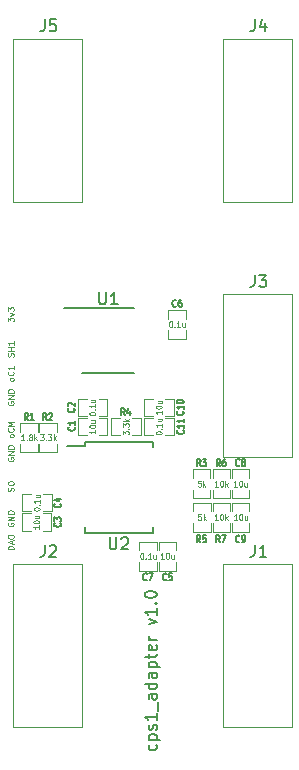
<source format=gbr>
G04 #@! TF.GenerationSoftware,KiCad,Pcbnew,5.0.2+dfsg1-1*
G04 #@! TF.CreationDate,2019-05-06T01:44:38+03:00*
G04 #@! TF.ProjectId,cps1_adapter,63707331-5f61-4646-9170-7465722e6b69,rev?*
G04 #@! TF.SameCoordinates,Original*
G04 #@! TF.FileFunction,Legend,Top*
G04 #@! TF.FilePolarity,Positive*
%FSLAX46Y46*%
G04 Gerber Fmt 4.6, Leading zero omitted, Abs format (unit mm)*
G04 Created by KiCad (PCBNEW 5.0.2+dfsg1-1) date 2019-05-06T01:44:38 EEST*
%MOMM*%
%LPD*%
G01*
G04 APERTURE LIST*
%ADD10C,0.200000*%
%ADD11C,0.119380*%
%ADD12C,0.150000*%
%ADD13C,0.120000*%
%ADD14C,0.127000*%
%ADD15C,0.114300*%
%ADD16C,0.100000*%
G04 APERTURE END LIST*
D10*
X56444761Y-93481904D02*
X56492380Y-93577142D01*
X56492380Y-93767619D01*
X56444761Y-93862857D01*
X56397142Y-93910476D01*
X56301904Y-93958095D01*
X56016190Y-93958095D01*
X55920952Y-93910476D01*
X55873333Y-93862857D01*
X55825714Y-93767619D01*
X55825714Y-93577142D01*
X55873333Y-93481904D01*
X55825714Y-93053333D02*
X56825714Y-93053333D01*
X55873333Y-93053333D02*
X55825714Y-92958095D01*
X55825714Y-92767619D01*
X55873333Y-92672380D01*
X55920952Y-92624761D01*
X56016190Y-92577142D01*
X56301904Y-92577142D01*
X56397142Y-92624761D01*
X56444761Y-92672380D01*
X56492380Y-92767619D01*
X56492380Y-92958095D01*
X56444761Y-93053333D01*
X56444761Y-92196190D02*
X56492380Y-92100952D01*
X56492380Y-91910476D01*
X56444761Y-91815238D01*
X56349523Y-91767619D01*
X56301904Y-91767619D01*
X56206666Y-91815238D01*
X56159047Y-91910476D01*
X56159047Y-92053333D01*
X56111428Y-92148571D01*
X56016190Y-92196190D01*
X55968571Y-92196190D01*
X55873333Y-92148571D01*
X55825714Y-92053333D01*
X55825714Y-91910476D01*
X55873333Y-91815238D01*
X56492380Y-90815238D02*
X56492380Y-91386666D01*
X56492380Y-91100952D02*
X55492380Y-91100952D01*
X55635238Y-91196190D01*
X55730476Y-91291428D01*
X55778095Y-91386666D01*
X56587619Y-90624761D02*
X56587619Y-89862857D01*
X56492380Y-89196190D02*
X55968571Y-89196190D01*
X55873333Y-89243809D01*
X55825714Y-89339047D01*
X55825714Y-89529523D01*
X55873333Y-89624761D01*
X56444761Y-89196190D02*
X56492380Y-89291428D01*
X56492380Y-89529523D01*
X56444761Y-89624761D01*
X56349523Y-89672380D01*
X56254285Y-89672380D01*
X56159047Y-89624761D01*
X56111428Y-89529523D01*
X56111428Y-89291428D01*
X56063809Y-89196190D01*
X56492380Y-88291428D02*
X55492380Y-88291428D01*
X56444761Y-88291428D02*
X56492380Y-88386666D01*
X56492380Y-88577142D01*
X56444761Y-88672380D01*
X56397142Y-88720000D01*
X56301904Y-88767619D01*
X56016190Y-88767619D01*
X55920952Y-88720000D01*
X55873333Y-88672380D01*
X55825714Y-88577142D01*
X55825714Y-88386666D01*
X55873333Y-88291428D01*
X56492380Y-87386666D02*
X55968571Y-87386666D01*
X55873333Y-87434285D01*
X55825714Y-87529523D01*
X55825714Y-87720000D01*
X55873333Y-87815238D01*
X56444761Y-87386666D02*
X56492380Y-87481904D01*
X56492380Y-87720000D01*
X56444761Y-87815238D01*
X56349523Y-87862857D01*
X56254285Y-87862857D01*
X56159047Y-87815238D01*
X56111428Y-87720000D01*
X56111428Y-87481904D01*
X56063809Y-87386666D01*
X55825714Y-86910476D02*
X56825714Y-86910476D01*
X55873333Y-86910476D02*
X55825714Y-86815238D01*
X55825714Y-86624761D01*
X55873333Y-86529523D01*
X55920952Y-86481904D01*
X56016190Y-86434285D01*
X56301904Y-86434285D01*
X56397142Y-86481904D01*
X56444761Y-86529523D01*
X56492380Y-86624761D01*
X56492380Y-86815238D01*
X56444761Y-86910476D01*
X55825714Y-86148571D02*
X55825714Y-85767619D01*
X55492380Y-86005714D02*
X56349523Y-86005714D01*
X56444761Y-85958095D01*
X56492380Y-85862857D01*
X56492380Y-85767619D01*
X56444761Y-85053333D02*
X56492380Y-85148571D01*
X56492380Y-85339047D01*
X56444761Y-85434285D01*
X56349523Y-85481904D01*
X55968571Y-85481904D01*
X55873333Y-85434285D01*
X55825714Y-85339047D01*
X55825714Y-85148571D01*
X55873333Y-85053333D01*
X55968571Y-85005714D01*
X56063809Y-85005714D01*
X56159047Y-85481904D01*
X56492380Y-84577142D02*
X55825714Y-84577142D01*
X56016190Y-84577142D02*
X55920952Y-84529523D01*
X55873333Y-84481904D01*
X55825714Y-84386666D01*
X55825714Y-84291428D01*
X55825714Y-83291428D02*
X56492380Y-83053333D01*
X55825714Y-82815238D01*
X56492380Y-81910476D02*
X56492380Y-82481904D01*
X56492380Y-82196190D02*
X55492380Y-82196190D01*
X55635238Y-82291428D01*
X55730476Y-82386666D01*
X55778095Y-82481904D01*
X56397142Y-81481904D02*
X56444761Y-81434285D01*
X56492380Y-81481904D01*
X56444761Y-81529523D01*
X56397142Y-81481904D01*
X56492380Y-81481904D01*
X55492380Y-80815238D02*
X55492380Y-80720000D01*
X55540000Y-80624761D01*
X55587619Y-80577142D01*
X55682857Y-80529523D01*
X55873333Y-80481904D01*
X56111428Y-80481904D01*
X56301904Y-80529523D01*
X56397142Y-80577142D01*
X56444761Y-80624761D01*
X56492380Y-80720000D01*
X56492380Y-80815238D01*
X56444761Y-80910476D01*
X56397142Y-80958095D01*
X56301904Y-81005714D01*
X56111428Y-81053333D01*
X55873333Y-81053333D01*
X55682857Y-81005714D01*
X55587619Y-80958095D01*
X55540000Y-80910476D01*
X55492380Y-80815238D01*
D11*
G04 #@! TO.C,R7*
X62704060Y-73719620D02*
X62704060Y-73021120D01*
X62704060Y-74720380D02*
X62704060Y-75418880D01*
X61235940Y-73719620D02*
X61235940Y-73021120D01*
X61235940Y-75418880D02*
X61235940Y-74720380D01*
X61233400Y-72980480D02*
X62706600Y-72980480D01*
X62706600Y-75459520D02*
X61233400Y-75459520D01*
D12*
G04 #@! TO.C,U2*
X50475000Y-67855000D02*
X50475000Y-68205000D01*
X56225000Y-67855000D02*
X56225000Y-68305000D01*
X56225000Y-75505000D02*
X56225000Y-75055000D01*
X50475000Y-75505000D02*
X50475000Y-75055000D01*
X50475000Y-67855000D02*
X56225000Y-67855000D01*
X50475000Y-75505000D02*
X56225000Y-75505000D01*
X50475000Y-68205000D02*
X48875000Y-68205000D01*
G04 #@! TO.C,U1*
X50190000Y-62005000D02*
X54590000Y-62005000D01*
X48615000Y-56480000D02*
X54590000Y-56480000D01*
D13*
G04 #@! TO.C,J5*
X50155000Y-33680000D02*
X44355000Y-33680000D01*
X44355000Y-33680000D02*
X44355000Y-47480000D01*
X44355000Y-47480000D02*
X50155000Y-47480000D01*
X50155000Y-47480000D02*
X50155000Y-33680000D01*
G04 #@! TO.C,J3*
X67935000Y-69120000D02*
X67935000Y-55320000D01*
X62135000Y-69120000D02*
X67935000Y-69120000D01*
X62135000Y-55320000D02*
X62135000Y-69120000D01*
X67935000Y-55320000D02*
X62135000Y-55320000D01*
G04 #@! TO.C,J2*
X50155000Y-78180000D02*
X44355000Y-78180000D01*
X44355000Y-78180000D02*
X44355000Y-91980000D01*
X44355000Y-91980000D02*
X50155000Y-91980000D01*
X50155000Y-91980000D02*
X50155000Y-78180000D01*
G04 #@! TO.C,J1*
X67935000Y-91980000D02*
X67935000Y-78180000D01*
X62135000Y-91980000D02*
X67935000Y-91980000D01*
X62135000Y-78180000D02*
X62135000Y-91980000D01*
X67935000Y-78180000D02*
X62135000Y-78180000D01*
G04 #@! TO.C,J4*
X67935000Y-33680000D02*
X62135000Y-33680000D01*
X62135000Y-33680000D02*
X62135000Y-47480000D01*
X62135000Y-47480000D02*
X67935000Y-47480000D01*
X67935000Y-47480000D02*
X67935000Y-33680000D01*
D11*
G04 #@! TO.C,C2*
X50589620Y-64165940D02*
X49891120Y-64165940D01*
X51590380Y-64165940D02*
X52288880Y-64165940D01*
X50589620Y-65634060D02*
X49891120Y-65634060D01*
X52288880Y-65634060D02*
X51590380Y-65634060D01*
X49850480Y-65636600D02*
X49850480Y-64163400D01*
X52329520Y-64163400D02*
X52329520Y-65636600D01*
G04 #@! TO.C,C3*
X47589520Y-73873400D02*
X47589520Y-75346600D01*
X45110480Y-75346600D02*
X45110480Y-73873400D01*
X47548880Y-75344060D02*
X46850380Y-75344060D01*
X45849620Y-75344060D02*
X45151120Y-75344060D01*
X46850380Y-73875940D02*
X47548880Y-73875940D01*
X45849620Y-73875940D02*
X45151120Y-73875940D01*
G04 #@! TO.C,C4*
X45859620Y-72245940D02*
X45161120Y-72245940D01*
X46860380Y-72245940D02*
X47558880Y-72245940D01*
X45859620Y-73714060D02*
X45161120Y-73714060D01*
X47558880Y-73714060D02*
X46860380Y-73714060D01*
X45120480Y-73716600D02*
X45120480Y-72243400D01*
X47599520Y-72243400D02*
X47599520Y-73716600D01*
G04 #@! TO.C,C5*
X56675940Y-78010380D02*
X56675940Y-78708880D01*
X56675940Y-77009620D02*
X56675940Y-76311120D01*
X58144060Y-78010380D02*
X58144060Y-78708880D01*
X58144060Y-76311120D02*
X58144060Y-77009620D01*
X58146600Y-78749520D02*
X56673400Y-78749520D01*
X56673400Y-76270480D02*
X58146600Y-76270480D01*
G04 #@! TO.C,C11*
X57200380Y-67264060D02*
X57898880Y-67264060D01*
X56199620Y-67264060D02*
X55501120Y-67264060D01*
X57200380Y-65795940D02*
X57898880Y-65795940D01*
X55501120Y-65795940D02*
X56199620Y-65795940D01*
X57939520Y-65793400D02*
X57939520Y-67266600D01*
X55460480Y-67266600D02*
X55460480Y-65793400D01*
G04 #@! TO.C,C10*
X55450480Y-65636600D02*
X55450480Y-64163400D01*
X57929520Y-64163400D02*
X57929520Y-65636600D01*
X55491120Y-64165940D02*
X56189620Y-64165940D01*
X57190380Y-64165940D02*
X57888880Y-64165940D01*
X56189620Y-65634060D02*
X55491120Y-65634060D01*
X57190380Y-65634060D02*
X57888880Y-65634060D01*
G04 #@! TO.C,C9*
X62875940Y-74720380D02*
X62875940Y-75418880D01*
X62875940Y-73719620D02*
X62875940Y-73021120D01*
X64344060Y-74720380D02*
X64344060Y-75418880D01*
X64344060Y-73021120D02*
X64344060Y-73719620D01*
X64346600Y-75459520D02*
X62873400Y-75459520D01*
X62873400Y-72980480D02*
X64346600Y-72980480D01*
G04 #@! TO.C,C8*
X62863400Y-70140480D02*
X64336600Y-70140480D01*
X64336600Y-72619520D02*
X62863400Y-72619520D01*
X64334060Y-70181120D02*
X64334060Y-70879620D01*
X64334060Y-71880380D02*
X64334060Y-72578880D01*
X62865940Y-70879620D02*
X62865940Y-70181120D01*
X62865940Y-71880380D02*
X62865940Y-72578880D01*
G04 #@! TO.C,C7*
X55045940Y-78010380D02*
X55045940Y-78708880D01*
X55045940Y-77009620D02*
X55045940Y-76311120D01*
X56514060Y-78010380D02*
X56514060Y-78708880D01*
X56514060Y-76311120D02*
X56514060Y-77009620D01*
X56516600Y-78749520D02*
X55043400Y-78749520D01*
X55043400Y-76270480D02*
X56516600Y-76270480D01*
G04 #@! TO.C,C6*
X57493400Y-56650480D02*
X58966600Y-56650480D01*
X58966600Y-59129520D02*
X57493400Y-59129520D01*
X58964060Y-56691120D02*
X58964060Y-57389620D01*
X58964060Y-58390380D02*
X58964060Y-59088880D01*
X57495940Y-57389620D02*
X57495940Y-56691120D01*
X57495940Y-58390380D02*
X57495940Y-59088880D01*
G04 #@! TO.C,C1*
X50589620Y-65795940D02*
X49891120Y-65795940D01*
X51590380Y-65795940D02*
X52288880Y-65795940D01*
X50589620Y-67264060D02*
X49891120Y-67264060D01*
X52288880Y-67264060D02*
X51590380Y-67264060D01*
X49850480Y-67266600D02*
X49850480Y-65793400D01*
X52329520Y-65793400D02*
X52329520Y-67266600D01*
G04 #@! TO.C,R6*
X62706600Y-72619520D02*
X61233400Y-72619520D01*
X61233400Y-70140480D02*
X62706600Y-70140480D01*
X61235940Y-72578880D02*
X61235940Y-71880380D01*
X61235940Y-70879620D02*
X61235940Y-70181120D01*
X62704060Y-71880380D02*
X62704060Y-72578880D01*
X62704060Y-70879620D02*
X62704060Y-70181120D01*
G04 #@! TO.C,R4*
X54400380Y-67274060D02*
X55098880Y-67274060D01*
X53399620Y-67274060D02*
X52701120Y-67274060D01*
X54400380Y-65805940D02*
X55098880Y-65805940D01*
X52701120Y-65805940D02*
X53399620Y-65805940D01*
X55139520Y-65803400D02*
X55139520Y-67276600D01*
X52660480Y-67276600D02*
X52660480Y-65803400D01*
G04 #@! TO.C,R3*
X59583400Y-70140480D02*
X61056600Y-70140480D01*
X61056600Y-72619520D02*
X59583400Y-72619520D01*
X61054060Y-70181120D02*
X61054060Y-70879620D01*
X61054060Y-71880380D02*
X61054060Y-72578880D01*
X59585940Y-70879620D02*
X59585940Y-70181120D01*
X59585940Y-71880380D02*
X59585940Y-72578880D01*
G04 #@! TO.C,R2*
X48044060Y-66979620D02*
X48044060Y-66281120D01*
X48044060Y-67980380D02*
X48044060Y-68678880D01*
X46575940Y-66979620D02*
X46575940Y-66281120D01*
X46575940Y-68678880D02*
X46575940Y-67980380D01*
X46573400Y-66240480D02*
X48046600Y-66240480D01*
X48046600Y-68719520D02*
X46573400Y-68719520D01*
G04 #@! TO.C,R1*
X44953400Y-66240480D02*
X46426600Y-66240480D01*
X46426600Y-68719520D02*
X44953400Y-68719520D01*
X46424060Y-66281120D02*
X46424060Y-66979620D01*
X46424060Y-67980380D02*
X46424060Y-68678880D01*
X44955940Y-66979620D02*
X44955940Y-66281120D01*
X44955940Y-67980380D02*
X44955940Y-68678880D01*
G04 #@! TO.C,R5*
X59595940Y-74720380D02*
X59595940Y-75418880D01*
X59595940Y-73719620D02*
X59595940Y-73021120D01*
X61064060Y-74720380D02*
X61064060Y-75418880D01*
X61064060Y-73021120D02*
X61064060Y-73719620D01*
X61066600Y-75459520D02*
X59593400Y-75459520D01*
X59593400Y-72980480D02*
X61066600Y-72980480D01*
G04 #@! TO.C,R7*
D14*
X61855333Y-76334280D02*
X61686000Y-76056090D01*
X61565047Y-76334280D02*
X61565047Y-75750080D01*
X61758571Y-75750080D01*
X61806952Y-75777900D01*
X61831142Y-75805719D01*
X61855333Y-75861357D01*
X61855333Y-75944814D01*
X61831142Y-76000452D01*
X61806952Y-76028271D01*
X61758571Y-76056090D01*
X61565047Y-76056090D01*
X62024666Y-75750080D02*
X62363333Y-75750080D01*
X62145619Y-76334280D01*
D15*
X61697857Y-74449809D02*
X61436600Y-74449809D01*
X61567228Y-74449809D02*
X61567228Y-73941809D01*
X61523685Y-74014380D01*
X61480142Y-74062761D01*
X61436600Y-74086952D01*
X61980885Y-73941809D02*
X62024428Y-73941809D01*
X62067971Y-73966000D01*
X62089742Y-73990190D01*
X62111514Y-74038571D01*
X62133285Y-74135333D01*
X62133285Y-74256285D01*
X62111514Y-74353047D01*
X62089742Y-74401428D01*
X62067971Y-74425619D01*
X62024428Y-74449809D01*
X61980885Y-74449809D01*
X61937342Y-74425619D01*
X61915571Y-74401428D01*
X61893800Y-74353047D01*
X61872028Y-74256285D01*
X61872028Y-74135333D01*
X61893800Y-74038571D01*
X61915571Y-73990190D01*
X61937342Y-73966000D01*
X61980885Y-73941809D01*
X62329228Y-74449809D02*
X62329228Y-73941809D01*
X62372771Y-74256285D02*
X62503400Y-74449809D01*
X62503400Y-74111142D02*
X62329228Y-74304666D01*
G04 #@! TO.C,U2*
D12*
X52518095Y-75922380D02*
X52518095Y-76731904D01*
X52565714Y-76827142D01*
X52613333Y-76874761D01*
X52708571Y-76922380D01*
X52899047Y-76922380D01*
X52994285Y-76874761D01*
X53041904Y-76827142D01*
X53089523Y-76731904D01*
X53089523Y-75922380D01*
X53518095Y-76017619D02*
X53565714Y-75970000D01*
X53660952Y-75922380D01*
X53899047Y-75922380D01*
X53994285Y-75970000D01*
X54041904Y-76017619D01*
X54089523Y-76112857D01*
X54089523Y-76208095D01*
X54041904Y-76350952D01*
X53470476Y-76922380D01*
X54089523Y-76922380D01*
G04 #@! TO.C,U1*
X51628095Y-55182380D02*
X51628095Y-55991904D01*
X51675714Y-56087142D01*
X51723333Y-56134761D01*
X51818571Y-56182380D01*
X52009047Y-56182380D01*
X52104285Y-56134761D01*
X52151904Y-56087142D01*
X52199523Y-55991904D01*
X52199523Y-55182380D01*
X53199523Y-56182380D02*
X52628095Y-56182380D01*
X52913809Y-56182380D02*
X52913809Y-55182380D01*
X52818571Y-55325238D01*
X52723333Y-55420476D01*
X52628095Y-55468095D01*
G04 #@! TO.C,J5*
X47008026Y-32064400D02*
X47008026Y-32778686D01*
X46960407Y-32921543D01*
X46865169Y-33016781D01*
X46722312Y-33064400D01*
X46627074Y-33064400D01*
X47960407Y-32064400D02*
X47484217Y-32064400D01*
X47436598Y-32540591D01*
X47484217Y-32492972D01*
X47579455Y-32445353D01*
X47817550Y-32445353D01*
X47912788Y-32492972D01*
X47960407Y-32540591D01*
X48008026Y-32635829D01*
X48008026Y-32873924D01*
X47960407Y-32969162D01*
X47912788Y-33016781D01*
X47817550Y-33064400D01*
X47579455Y-33064400D01*
X47484217Y-33016781D01*
X47436598Y-32969162D01*
G04 #@! TO.C,J3*
X64788026Y-53704400D02*
X64788026Y-54418686D01*
X64740407Y-54561543D01*
X64645169Y-54656781D01*
X64502312Y-54704400D01*
X64407074Y-54704400D01*
X65168979Y-53704400D02*
X65788026Y-53704400D01*
X65454693Y-54085353D01*
X65597550Y-54085353D01*
X65692788Y-54132972D01*
X65740407Y-54180591D01*
X65788026Y-54275829D01*
X65788026Y-54513924D01*
X65740407Y-54609162D01*
X65692788Y-54656781D01*
X65597550Y-54704400D01*
X65311836Y-54704400D01*
X65216598Y-54656781D01*
X65168979Y-54609162D01*
G04 #@! TO.C,J2*
X47008026Y-76564400D02*
X47008026Y-77278686D01*
X46960407Y-77421543D01*
X46865169Y-77516781D01*
X46722312Y-77564400D01*
X46627074Y-77564400D01*
X47436598Y-76659639D02*
X47484217Y-76612020D01*
X47579455Y-76564400D01*
X47817550Y-76564400D01*
X47912788Y-76612020D01*
X47960407Y-76659639D01*
X48008026Y-76754877D01*
X48008026Y-76850115D01*
X47960407Y-76992972D01*
X47388979Y-77564400D01*
X48008026Y-77564400D01*
G04 #@! TO.C,J1*
X64788026Y-76564400D02*
X64788026Y-77278686D01*
X64740407Y-77421543D01*
X64645169Y-77516781D01*
X64502312Y-77564400D01*
X64407074Y-77564400D01*
X65788026Y-77564400D02*
X65216598Y-77564400D01*
X65502312Y-77564400D02*
X65502312Y-76564400D01*
X65407074Y-76707258D01*
X65311836Y-76802496D01*
X65216598Y-76850115D01*
G04 #@! TO.C,J4*
X64788026Y-32064400D02*
X64788026Y-32778686D01*
X64740407Y-32921543D01*
X64645169Y-33016781D01*
X64502312Y-33064400D01*
X64407074Y-33064400D01*
X65692788Y-32397734D02*
X65692788Y-33064400D01*
X65454693Y-32016781D02*
X65216598Y-32731067D01*
X65835645Y-32731067D01*
G04 #@! TO.C,C2*
D14*
X49508642Y-64994666D02*
X49536461Y-65018857D01*
X49564280Y-65091428D01*
X49564280Y-65139809D01*
X49536461Y-65212380D01*
X49480823Y-65260761D01*
X49425185Y-65284952D01*
X49313909Y-65309142D01*
X49230452Y-65309142D01*
X49119176Y-65284952D01*
X49063538Y-65260761D01*
X49007900Y-65212380D01*
X48980080Y-65139809D01*
X48980080Y-65091428D01*
X49007900Y-65018857D01*
X49035719Y-64994666D01*
X49035719Y-64801142D02*
X49007900Y-64776952D01*
X48980080Y-64728571D01*
X48980080Y-64607619D01*
X49007900Y-64559238D01*
X49035719Y-64535047D01*
X49091357Y-64510857D01*
X49146995Y-64510857D01*
X49230452Y-64535047D01*
X49564280Y-64825333D01*
X49564280Y-64510857D01*
D15*
X50811809Y-65455171D02*
X50811809Y-65411628D01*
X50836000Y-65368085D01*
X50860190Y-65346314D01*
X50908571Y-65324542D01*
X51005333Y-65302771D01*
X51126285Y-65302771D01*
X51223047Y-65324542D01*
X51271428Y-65346314D01*
X51295619Y-65368085D01*
X51319809Y-65411628D01*
X51319809Y-65455171D01*
X51295619Y-65498714D01*
X51271428Y-65520485D01*
X51223047Y-65542257D01*
X51126285Y-65564028D01*
X51005333Y-65564028D01*
X50908571Y-65542257D01*
X50860190Y-65520485D01*
X50836000Y-65498714D01*
X50811809Y-65455171D01*
X51271428Y-65106828D02*
X51295619Y-65085057D01*
X51319809Y-65106828D01*
X51295619Y-65128600D01*
X51271428Y-65106828D01*
X51319809Y-65106828D01*
X51319809Y-64649628D02*
X51319809Y-64910885D01*
X51319809Y-64780257D02*
X50811809Y-64780257D01*
X50884380Y-64823800D01*
X50932761Y-64867342D01*
X50956952Y-64910885D01*
X50981142Y-64257742D02*
X51319809Y-64257742D01*
X50981142Y-64453685D02*
X51247238Y-64453685D01*
X51295619Y-64431914D01*
X51319809Y-64388371D01*
X51319809Y-64323057D01*
X51295619Y-64279514D01*
X51271428Y-64257742D01*
G04 #@! TO.C,C3*
D14*
X48336642Y-74694666D02*
X48364461Y-74718857D01*
X48392280Y-74791428D01*
X48392280Y-74839809D01*
X48364461Y-74912380D01*
X48308823Y-74960761D01*
X48253185Y-74984952D01*
X48141909Y-75009142D01*
X48058452Y-75009142D01*
X47947176Y-74984952D01*
X47891538Y-74960761D01*
X47835900Y-74912380D01*
X47808080Y-74839809D01*
X47808080Y-74791428D01*
X47835900Y-74718857D01*
X47863719Y-74694666D01*
X47808080Y-74525333D02*
X47808080Y-74210857D01*
X48030633Y-74380190D01*
X48030633Y-74307619D01*
X48058452Y-74259238D01*
X48086271Y-74235047D01*
X48141909Y-74210857D01*
X48281004Y-74210857D01*
X48336642Y-74235047D01*
X48364461Y-74259238D01*
X48392280Y-74307619D01*
X48392280Y-74452761D01*
X48364461Y-74501142D01*
X48336642Y-74525333D01*
D15*
X46579809Y-74903914D02*
X46579809Y-75165171D01*
X46579809Y-75034542D02*
X46071809Y-75034542D01*
X46144380Y-75078085D01*
X46192761Y-75121628D01*
X46216952Y-75165171D01*
X46071809Y-74620885D02*
X46071809Y-74577342D01*
X46096000Y-74533800D01*
X46120190Y-74512028D01*
X46168571Y-74490257D01*
X46265333Y-74468485D01*
X46386285Y-74468485D01*
X46483047Y-74490257D01*
X46531428Y-74512028D01*
X46555619Y-74533800D01*
X46579809Y-74577342D01*
X46579809Y-74620885D01*
X46555619Y-74664428D01*
X46531428Y-74686200D01*
X46483047Y-74707971D01*
X46386285Y-74729742D01*
X46265333Y-74729742D01*
X46168571Y-74707971D01*
X46120190Y-74686200D01*
X46096000Y-74664428D01*
X46071809Y-74620885D01*
X46241142Y-74076600D02*
X46579809Y-74076600D01*
X46241142Y-74272542D02*
X46507238Y-74272542D01*
X46555619Y-74250771D01*
X46579809Y-74207228D01*
X46579809Y-74141914D01*
X46555619Y-74098371D01*
X46531428Y-74076600D01*
G04 #@! TO.C,C4*
D14*
X48346642Y-73064666D02*
X48374461Y-73088857D01*
X48402280Y-73161428D01*
X48402280Y-73209809D01*
X48374461Y-73282380D01*
X48318823Y-73330761D01*
X48263185Y-73354952D01*
X48151909Y-73379142D01*
X48068452Y-73379142D01*
X47957176Y-73354952D01*
X47901538Y-73330761D01*
X47845900Y-73282380D01*
X47818080Y-73209809D01*
X47818080Y-73161428D01*
X47845900Y-73088857D01*
X47873719Y-73064666D01*
X48012814Y-72629238D02*
X48402280Y-72629238D01*
X47790261Y-72750190D02*
X48207547Y-72871142D01*
X48207547Y-72556666D01*
D15*
X46081809Y-73535171D02*
X46081809Y-73491628D01*
X46106000Y-73448085D01*
X46130190Y-73426314D01*
X46178571Y-73404542D01*
X46275333Y-73382771D01*
X46396285Y-73382771D01*
X46493047Y-73404542D01*
X46541428Y-73426314D01*
X46565619Y-73448085D01*
X46589809Y-73491628D01*
X46589809Y-73535171D01*
X46565619Y-73578714D01*
X46541428Y-73600485D01*
X46493047Y-73622257D01*
X46396285Y-73644028D01*
X46275333Y-73644028D01*
X46178571Y-73622257D01*
X46130190Y-73600485D01*
X46106000Y-73578714D01*
X46081809Y-73535171D01*
X46541428Y-73186828D02*
X46565619Y-73165057D01*
X46589809Y-73186828D01*
X46565619Y-73208600D01*
X46541428Y-73186828D01*
X46589809Y-73186828D01*
X46589809Y-72729628D02*
X46589809Y-72990885D01*
X46589809Y-72860257D02*
X46081809Y-72860257D01*
X46154380Y-72903800D01*
X46202761Y-72947342D01*
X46226952Y-72990885D01*
X46251142Y-72337742D02*
X46589809Y-72337742D01*
X46251142Y-72533685D02*
X46517238Y-72533685D01*
X46565619Y-72511914D01*
X46589809Y-72468371D01*
X46589809Y-72403057D01*
X46565619Y-72359514D01*
X46541428Y-72337742D01*
G04 #@! TO.C,C5*
D14*
X57335333Y-79488642D02*
X57311142Y-79516461D01*
X57238571Y-79544280D01*
X57190190Y-79544280D01*
X57117619Y-79516461D01*
X57069238Y-79460823D01*
X57045047Y-79405185D01*
X57020857Y-79293909D01*
X57020857Y-79210452D01*
X57045047Y-79099176D01*
X57069238Y-79043538D01*
X57117619Y-78987900D01*
X57190190Y-78960080D01*
X57238571Y-78960080D01*
X57311142Y-78987900D01*
X57335333Y-79015719D01*
X57794952Y-78960080D02*
X57553047Y-78960080D01*
X57528857Y-79238271D01*
X57553047Y-79210452D01*
X57601428Y-79182633D01*
X57722380Y-79182633D01*
X57770761Y-79210452D01*
X57794952Y-79238271D01*
X57819142Y-79293909D01*
X57819142Y-79433004D01*
X57794952Y-79488642D01*
X57770761Y-79516461D01*
X57722380Y-79544280D01*
X57601428Y-79544280D01*
X57553047Y-79516461D01*
X57528857Y-79488642D01*
D15*
X57116085Y-77739809D02*
X56854828Y-77739809D01*
X56985457Y-77739809D02*
X56985457Y-77231809D01*
X56941914Y-77304380D01*
X56898371Y-77352761D01*
X56854828Y-77376952D01*
X57399114Y-77231809D02*
X57442657Y-77231809D01*
X57486200Y-77256000D01*
X57507971Y-77280190D01*
X57529742Y-77328571D01*
X57551514Y-77425333D01*
X57551514Y-77546285D01*
X57529742Y-77643047D01*
X57507971Y-77691428D01*
X57486200Y-77715619D01*
X57442657Y-77739809D01*
X57399114Y-77739809D01*
X57355571Y-77715619D01*
X57333800Y-77691428D01*
X57312028Y-77643047D01*
X57290257Y-77546285D01*
X57290257Y-77425333D01*
X57312028Y-77328571D01*
X57333800Y-77280190D01*
X57355571Y-77256000D01*
X57399114Y-77231809D01*
X57943400Y-77401142D02*
X57943400Y-77739809D01*
X57747457Y-77401142D02*
X57747457Y-77667238D01*
X57769228Y-77715619D01*
X57812771Y-77739809D01*
X57878085Y-77739809D01*
X57921628Y-77715619D01*
X57943400Y-77691428D01*
G04 #@! TO.C,C11*
D14*
X58748642Y-66846571D02*
X58776461Y-66870761D01*
X58804280Y-66943333D01*
X58804280Y-66991714D01*
X58776461Y-67064285D01*
X58720823Y-67112666D01*
X58665185Y-67136857D01*
X58553909Y-67161047D01*
X58470452Y-67161047D01*
X58359176Y-67136857D01*
X58303538Y-67112666D01*
X58247900Y-67064285D01*
X58220080Y-66991714D01*
X58220080Y-66943333D01*
X58247900Y-66870761D01*
X58275719Y-66846571D01*
X58804280Y-66362761D02*
X58804280Y-66653047D01*
X58804280Y-66507904D02*
X58220080Y-66507904D01*
X58303538Y-66556285D01*
X58359176Y-66604666D01*
X58386995Y-66653047D01*
X58804280Y-65878952D02*
X58804280Y-66169238D01*
X58804280Y-66024095D02*
X58220080Y-66024095D01*
X58303538Y-66072476D01*
X58359176Y-66120857D01*
X58386995Y-66169238D01*
D15*
X56421809Y-67085171D02*
X56421809Y-67041628D01*
X56446000Y-66998085D01*
X56470190Y-66976314D01*
X56518571Y-66954542D01*
X56615333Y-66932771D01*
X56736285Y-66932771D01*
X56833047Y-66954542D01*
X56881428Y-66976314D01*
X56905619Y-66998085D01*
X56929809Y-67041628D01*
X56929809Y-67085171D01*
X56905619Y-67128714D01*
X56881428Y-67150485D01*
X56833047Y-67172257D01*
X56736285Y-67194028D01*
X56615333Y-67194028D01*
X56518571Y-67172257D01*
X56470190Y-67150485D01*
X56446000Y-67128714D01*
X56421809Y-67085171D01*
X56881428Y-66736828D02*
X56905619Y-66715057D01*
X56929809Y-66736828D01*
X56905619Y-66758600D01*
X56881428Y-66736828D01*
X56929809Y-66736828D01*
X56929809Y-66279628D02*
X56929809Y-66540885D01*
X56929809Y-66410257D02*
X56421809Y-66410257D01*
X56494380Y-66453800D01*
X56542761Y-66497342D01*
X56566952Y-66540885D01*
X56591142Y-65887742D02*
X56929809Y-65887742D01*
X56591142Y-66083685D02*
X56857238Y-66083685D01*
X56905619Y-66061914D01*
X56929809Y-66018371D01*
X56929809Y-65953057D01*
X56905619Y-65909514D01*
X56881428Y-65887742D01*
G04 #@! TO.C,C10*
D14*
X58728642Y-65236571D02*
X58756461Y-65260761D01*
X58784280Y-65333333D01*
X58784280Y-65381714D01*
X58756461Y-65454285D01*
X58700823Y-65502666D01*
X58645185Y-65526857D01*
X58533909Y-65551047D01*
X58450452Y-65551047D01*
X58339176Y-65526857D01*
X58283538Y-65502666D01*
X58227900Y-65454285D01*
X58200080Y-65381714D01*
X58200080Y-65333333D01*
X58227900Y-65260761D01*
X58255719Y-65236571D01*
X58784280Y-64752761D02*
X58784280Y-65043047D01*
X58784280Y-64897904D02*
X58200080Y-64897904D01*
X58283538Y-64946285D01*
X58339176Y-64994666D01*
X58366995Y-65043047D01*
X58200080Y-64438285D02*
X58200080Y-64389904D01*
X58227900Y-64341523D01*
X58255719Y-64317333D01*
X58311357Y-64293142D01*
X58422633Y-64268952D01*
X58561728Y-64268952D01*
X58673004Y-64293142D01*
X58728642Y-64317333D01*
X58756461Y-64341523D01*
X58784280Y-64389904D01*
X58784280Y-64438285D01*
X58756461Y-64486666D01*
X58728642Y-64510857D01*
X58673004Y-64535047D01*
X58561728Y-64559238D01*
X58422633Y-64559238D01*
X58311357Y-64535047D01*
X58255719Y-64510857D01*
X58227900Y-64486666D01*
X58200080Y-64438285D01*
D15*
X56919809Y-65193914D02*
X56919809Y-65455171D01*
X56919809Y-65324542D02*
X56411809Y-65324542D01*
X56484380Y-65368085D01*
X56532761Y-65411628D01*
X56556952Y-65455171D01*
X56411809Y-64910885D02*
X56411809Y-64867342D01*
X56436000Y-64823800D01*
X56460190Y-64802028D01*
X56508571Y-64780257D01*
X56605333Y-64758485D01*
X56726285Y-64758485D01*
X56823047Y-64780257D01*
X56871428Y-64802028D01*
X56895619Y-64823800D01*
X56919809Y-64867342D01*
X56919809Y-64910885D01*
X56895619Y-64954428D01*
X56871428Y-64976200D01*
X56823047Y-64997971D01*
X56726285Y-65019742D01*
X56605333Y-65019742D01*
X56508571Y-64997971D01*
X56460190Y-64976200D01*
X56436000Y-64954428D01*
X56411809Y-64910885D01*
X56581142Y-64366600D02*
X56919809Y-64366600D01*
X56581142Y-64562542D02*
X56847238Y-64562542D01*
X56895619Y-64540771D01*
X56919809Y-64497228D01*
X56919809Y-64431914D01*
X56895619Y-64388371D01*
X56871428Y-64366600D01*
G04 #@! TO.C,C9*
D14*
X63505333Y-76268642D02*
X63481142Y-76296461D01*
X63408571Y-76324280D01*
X63360190Y-76324280D01*
X63287619Y-76296461D01*
X63239238Y-76240823D01*
X63215047Y-76185185D01*
X63190857Y-76073909D01*
X63190857Y-75990452D01*
X63215047Y-75879176D01*
X63239238Y-75823538D01*
X63287619Y-75767900D01*
X63360190Y-75740080D01*
X63408571Y-75740080D01*
X63481142Y-75767900D01*
X63505333Y-75795719D01*
X63747238Y-76324280D02*
X63844000Y-76324280D01*
X63892380Y-76296461D01*
X63916571Y-76268642D01*
X63964952Y-76185185D01*
X63989142Y-76073909D01*
X63989142Y-75851357D01*
X63964952Y-75795719D01*
X63940761Y-75767900D01*
X63892380Y-75740080D01*
X63795619Y-75740080D01*
X63747238Y-75767900D01*
X63723047Y-75795719D01*
X63698857Y-75851357D01*
X63698857Y-75990452D01*
X63723047Y-76046090D01*
X63747238Y-76073909D01*
X63795619Y-76101728D01*
X63892380Y-76101728D01*
X63940761Y-76073909D01*
X63964952Y-76046090D01*
X63989142Y-75990452D01*
D15*
X63316085Y-74449809D02*
X63054828Y-74449809D01*
X63185457Y-74449809D02*
X63185457Y-73941809D01*
X63141914Y-74014380D01*
X63098371Y-74062761D01*
X63054828Y-74086952D01*
X63599114Y-73941809D02*
X63642657Y-73941809D01*
X63686200Y-73966000D01*
X63707971Y-73990190D01*
X63729742Y-74038571D01*
X63751514Y-74135333D01*
X63751514Y-74256285D01*
X63729742Y-74353047D01*
X63707971Y-74401428D01*
X63686200Y-74425619D01*
X63642657Y-74449809D01*
X63599114Y-74449809D01*
X63555571Y-74425619D01*
X63533800Y-74401428D01*
X63512028Y-74353047D01*
X63490257Y-74256285D01*
X63490257Y-74135333D01*
X63512028Y-74038571D01*
X63533800Y-73990190D01*
X63555571Y-73966000D01*
X63599114Y-73941809D01*
X64143400Y-74111142D02*
X64143400Y-74449809D01*
X63947457Y-74111142D02*
X63947457Y-74377238D01*
X63969228Y-74425619D01*
X64012771Y-74449809D01*
X64078085Y-74449809D01*
X64121628Y-74425619D01*
X64143400Y-74401428D01*
G04 #@! TO.C,C8*
D14*
X63515333Y-69810642D02*
X63491142Y-69838461D01*
X63418571Y-69866280D01*
X63370190Y-69866280D01*
X63297619Y-69838461D01*
X63249238Y-69782823D01*
X63225047Y-69727185D01*
X63200857Y-69615909D01*
X63200857Y-69532452D01*
X63225047Y-69421176D01*
X63249238Y-69365538D01*
X63297619Y-69309900D01*
X63370190Y-69282080D01*
X63418571Y-69282080D01*
X63491142Y-69309900D01*
X63515333Y-69337719D01*
X63805619Y-69532452D02*
X63757238Y-69504633D01*
X63733047Y-69476814D01*
X63708857Y-69421176D01*
X63708857Y-69393357D01*
X63733047Y-69337719D01*
X63757238Y-69309900D01*
X63805619Y-69282080D01*
X63902380Y-69282080D01*
X63950761Y-69309900D01*
X63974952Y-69337719D01*
X63999142Y-69393357D01*
X63999142Y-69421176D01*
X63974952Y-69476814D01*
X63950761Y-69504633D01*
X63902380Y-69532452D01*
X63805619Y-69532452D01*
X63757238Y-69560271D01*
X63733047Y-69588090D01*
X63708857Y-69643728D01*
X63708857Y-69755004D01*
X63733047Y-69810642D01*
X63757238Y-69838461D01*
X63805619Y-69866280D01*
X63902380Y-69866280D01*
X63950761Y-69838461D01*
X63974952Y-69810642D01*
X63999142Y-69755004D01*
X63999142Y-69643728D01*
X63974952Y-69588090D01*
X63950761Y-69560271D01*
X63902380Y-69532452D01*
D15*
X63306085Y-71609809D02*
X63044828Y-71609809D01*
X63175457Y-71609809D02*
X63175457Y-71101809D01*
X63131914Y-71174380D01*
X63088371Y-71222761D01*
X63044828Y-71246952D01*
X63589114Y-71101809D02*
X63632657Y-71101809D01*
X63676200Y-71126000D01*
X63697971Y-71150190D01*
X63719742Y-71198571D01*
X63741514Y-71295333D01*
X63741514Y-71416285D01*
X63719742Y-71513047D01*
X63697971Y-71561428D01*
X63676200Y-71585619D01*
X63632657Y-71609809D01*
X63589114Y-71609809D01*
X63545571Y-71585619D01*
X63523800Y-71561428D01*
X63502028Y-71513047D01*
X63480257Y-71416285D01*
X63480257Y-71295333D01*
X63502028Y-71198571D01*
X63523800Y-71150190D01*
X63545571Y-71126000D01*
X63589114Y-71101809D01*
X64133400Y-71271142D02*
X64133400Y-71609809D01*
X63937457Y-71271142D02*
X63937457Y-71537238D01*
X63959228Y-71585619D01*
X64002771Y-71609809D01*
X64068085Y-71609809D01*
X64111628Y-71585619D01*
X64133400Y-71561428D01*
G04 #@! TO.C,C7*
D14*
X55675333Y-79498642D02*
X55651142Y-79526461D01*
X55578571Y-79554280D01*
X55530190Y-79554280D01*
X55457619Y-79526461D01*
X55409238Y-79470823D01*
X55385047Y-79415185D01*
X55360857Y-79303909D01*
X55360857Y-79220452D01*
X55385047Y-79109176D01*
X55409238Y-79053538D01*
X55457619Y-78997900D01*
X55530190Y-78970080D01*
X55578571Y-78970080D01*
X55651142Y-78997900D01*
X55675333Y-79025719D01*
X55844666Y-78970080D02*
X56183333Y-78970080D01*
X55965619Y-79554280D01*
D15*
X55224828Y-77231809D02*
X55268371Y-77231809D01*
X55311914Y-77256000D01*
X55333685Y-77280190D01*
X55355457Y-77328571D01*
X55377228Y-77425333D01*
X55377228Y-77546285D01*
X55355457Y-77643047D01*
X55333685Y-77691428D01*
X55311914Y-77715619D01*
X55268371Y-77739809D01*
X55224828Y-77739809D01*
X55181285Y-77715619D01*
X55159514Y-77691428D01*
X55137742Y-77643047D01*
X55115971Y-77546285D01*
X55115971Y-77425333D01*
X55137742Y-77328571D01*
X55159514Y-77280190D01*
X55181285Y-77256000D01*
X55224828Y-77231809D01*
X55573171Y-77691428D02*
X55594942Y-77715619D01*
X55573171Y-77739809D01*
X55551400Y-77715619D01*
X55573171Y-77691428D01*
X55573171Y-77739809D01*
X56030371Y-77739809D02*
X55769114Y-77739809D01*
X55899742Y-77739809D02*
X55899742Y-77231809D01*
X55856200Y-77304380D01*
X55812657Y-77352761D01*
X55769114Y-77376952D01*
X56422257Y-77401142D02*
X56422257Y-77739809D01*
X56226314Y-77401142D02*
X56226314Y-77667238D01*
X56248085Y-77715619D01*
X56291628Y-77739809D01*
X56356942Y-77739809D01*
X56400485Y-77715619D01*
X56422257Y-77691428D01*
G04 #@! TO.C,C6*
D14*
X58145333Y-56320642D02*
X58121142Y-56348461D01*
X58048571Y-56376280D01*
X58000190Y-56376280D01*
X57927619Y-56348461D01*
X57879238Y-56292823D01*
X57855047Y-56237185D01*
X57830857Y-56125909D01*
X57830857Y-56042452D01*
X57855047Y-55931176D01*
X57879238Y-55875538D01*
X57927619Y-55819900D01*
X58000190Y-55792080D01*
X58048571Y-55792080D01*
X58121142Y-55819900D01*
X58145333Y-55847719D01*
X58580761Y-55792080D02*
X58484000Y-55792080D01*
X58435619Y-55819900D01*
X58411428Y-55847719D01*
X58363047Y-55931176D01*
X58338857Y-56042452D01*
X58338857Y-56265004D01*
X58363047Y-56320642D01*
X58387238Y-56348461D01*
X58435619Y-56376280D01*
X58532380Y-56376280D01*
X58580761Y-56348461D01*
X58604952Y-56320642D01*
X58629142Y-56265004D01*
X58629142Y-56125909D01*
X58604952Y-56070271D01*
X58580761Y-56042452D01*
X58532380Y-56014633D01*
X58435619Y-56014633D01*
X58387238Y-56042452D01*
X58363047Y-56070271D01*
X58338857Y-56125909D01*
D15*
X57674828Y-57611809D02*
X57718371Y-57611809D01*
X57761914Y-57636000D01*
X57783685Y-57660190D01*
X57805457Y-57708571D01*
X57827228Y-57805333D01*
X57827228Y-57926285D01*
X57805457Y-58023047D01*
X57783685Y-58071428D01*
X57761914Y-58095619D01*
X57718371Y-58119809D01*
X57674828Y-58119809D01*
X57631285Y-58095619D01*
X57609514Y-58071428D01*
X57587742Y-58023047D01*
X57565971Y-57926285D01*
X57565971Y-57805333D01*
X57587742Y-57708571D01*
X57609514Y-57660190D01*
X57631285Y-57636000D01*
X57674828Y-57611809D01*
X58023171Y-58071428D02*
X58044942Y-58095619D01*
X58023171Y-58119809D01*
X58001400Y-58095619D01*
X58023171Y-58071428D01*
X58023171Y-58119809D01*
X58480371Y-58119809D02*
X58219114Y-58119809D01*
X58349742Y-58119809D02*
X58349742Y-57611809D01*
X58306200Y-57684380D01*
X58262657Y-57732761D01*
X58219114Y-57756952D01*
X58872257Y-57781142D02*
X58872257Y-58119809D01*
X58676314Y-57781142D02*
X58676314Y-58047238D01*
X58698085Y-58095619D01*
X58741628Y-58119809D01*
X58806942Y-58119809D01*
X58850485Y-58095619D01*
X58872257Y-58071428D01*
G04 #@! TO.C,C1*
D14*
X49548642Y-66564666D02*
X49576461Y-66588857D01*
X49604280Y-66661428D01*
X49604280Y-66709809D01*
X49576461Y-66782380D01*
X49520823Y-66830761D01*
X49465185Y-66854952D01*
X49353909Y-66879142D01*
X49270452Y-66879142D01*
X49159176Y-66854952D01*
X49103538Y-66830761D01*
X49047900Y-66782380D01*
X49020080Y-66709809D01*
X49020080Y-66661428D01*
X49047900Y-66588857D01*
X49075719Y-66564666D01*
X49604280Y-66080857D02*
X49604280Y-66371142D01*
X49604280Y-66226000D02*
X49020080Y-66226000D01*
X49103538Y-66274380D01*
X49159176Y-66322761D01*
X49186995Y-66371142D01*
D15*
X51319809Y-66823914D02*
X51319809Y-67085171D01*
X51319809Y-66954542D02*
X50811809Y-66954542D01*
X50884380Y-66998085D01*
X50932761Y-67041628D01*
X50956952Y-67085171D01*
X50811809Y-66540885D02*
X50811809Y-66497342D01*
X50836000Y-66453800D01*
X50860190Y-66432028D01*
X50908571Y-66410257D01*
X51005333Y-66388485D01*
X51126285Y-66388485D01*
X51223047Y-66410257D01*
X51271428Y-66432028D01*
X51295619Y-66453800D01*
X51319809Y-66497342D01*
X51319809Y-66540885D01*
X51295619Y-66584428D01*
X51271428Y-66606200D01*
X51223047Y-66627971D01*
X51126285Y-66649742D01*
X51005333Y-66649742D01*
X50908571Y-66627971D01*
X50860190Y-66606200D01*
X50836000Y-66584428D01*
X50811809Y-66540885D01*
X50981142Y-65996600D02*
X51319809Y-65996600D01*
X50981142Y-66192542D02*
X51247238Y-66192542D01*
X51295619Y-66170771D01*
X51319809Y-66127228D01*
X51319809Y-66061914D01*
X51295619Y-66018371D01*
X51271428Y-65996600D01*
G04 #@! TO.C,R6*
D14*
X61875333Y-69884280D02*
X61706000Y-69606090D01*
X61585047Y-69884280D02*
X61585047Y-69300080D01*
X61778571Y-69300080D01*
X61826952Y-69327900D01*
X61851142Y-69355719D01*
X61875333Y-69411357D01*
X61875333Y-69494814D01*
X61851142Y-69550452D01*
X61826952Y-69578271D01*
X61778571Y-69606090D01*
X61585047Y-69606090D01*
X62310761Y-69300080D02*
X62214000Y-69300080D01*
X62165619Y-69327900D01*
X62141428Y-69355719D01*
X62093047Y-69439176D01*
X62068857Y-69550452D01*
X62068857Y-69773004D01*
X62093047Y-69828642D01*
X62117238Y-69856461D01*
X62165619Y-69884280D01*
X62262380Y-69884280D01*
X62310761Y-69856461D01*
X62334952Y-69828642D01*
X62359142Y-69773004D01*
X62359142Y-69633909D01*
X62334952Y-69578271D01*
X62310761Y-69550452D01*
X62262380Y-69522633D01*
X62165619Y-69522633D01*
X62117238Y-69550452D01*
X62093047Y-69578271D01*
X62068857Y-69633909D01*
D15*
X61697857Y-71609809D02*
X61436600Y-71609809D01*
X61567228Y-71609809D02*
X61567228Y-71101809D01*
X61523685Y-71174380D01*
X61480142Y-71222761D01*
X61436600Y-71246952D01*
X61980885Y-71101809D02*
X62024428Y-71101809D01*
X62067971Y-71126000D01*
X62089742Y-71150190D01*
X62111514Y-71198571D01*
X62133285Y-71295333D01*
X62133285Y-71416285D01*
X62111514Y-71513047D01*
X62089742Y-71561428D01*
X62067971Y-71585619D01*
X62024428Y-71609809D01*
X61980885Y-71609809D01*
X61937342Y-71585619D01*
X61915571Y-71561428D01*
X61893800Y-71513047D01*
X61872028Y-71416285D01*
X61872028Y-71295333D01*
X61893800Y-71198571D01*
X61915571Y-71150190D01*
X61937342Y-71126000D01*
X61980885Y-71101809D01*
X62329228Y-71609809D02*
X62329228Y-71101809D01*
X62372771Y-71416285D02*
X62503400Y-71609809D01*
X62503400Y-71271142D02*
X62329228Y-71464666D01*
G04 #@! TO.C,R4*
D14*
X53795333Y-65564280D02*
X53626000Y-65286090D01*
X53505047Y-65564280D02*
X53505047Y-64980080D01*
X53698571Y-64980080D01*
X53746952Y-65007900D01*
X53771142Y-65035719D01*
X53795333Y-65091357D01*
X53795333Y-65174814D01*
X53771142Y-65230452D01*
X53746952Y-65258271D01*
X53698571Y-65286090D01*
X53505047Y-65286090D01*
X54230761Y-65174814D02*
X54230761Y-65564280D01*
X54109809Y-64952261D02*
X53988857Y-65369547D01*
X54303333Y-65369547D01*
D15*
X53621809Y-67204028D02*
X53621809Y-66921000D01*
X53815333Y-67073400D01*
X53815333Y-67008085D01*
X53839523Y-66964542D01*
X53863714Y-66942771D01*
X53912095Y-66921000D01*
X54033047Y-66921000D01*
X54081428Y-66942771D01*
X54105619Y-66964542D01*
X54129809Y-67008085D01*
X54129809Y-67138714D01*
X54105619Y-67182257D01*
X54081428Y-67204028D01*
X54081428Y-66725057D02*
X54105619Y-66703285D01*
X54129809Y-66725057D01*
X54105619Y-66746828D01*
X54081428Y-66725057D01*
X54129809Y-66725057D01*
X53621809Y-66550885D02*
X53621809Y-66267857D01*
X53815333Y-66420257D01*
X53815333Y-66354942D01*
X53839523Y-66311400D01*
X53863714Y-66289628D01*
X53912095Y-66267857D01*
X54033047Y-66267857D01*
X54081428Y-66289628D01*
X54105619Y-66311400D01*
X54129809Y-66354942D01*
X54129809Y-66485571D01*
X54105619Y-66529114D01*
X54081428Y-66550885D01*
X54129809Y-66071914D02*
X53621809Y-66071914D01*
X53936285Y-66028371D02*
X54129809Y-65897742D01*
X53791142Y-65897742D02*
X53984666Y-66071914D01*
G04 #@! TO.C,R3*
D14*
X60235333Y-69866280D02*
X60066000Y-69588090D01*
X59945047Y-69866280D02*
X59945047Y-69282080D01*
X60138571Y-69282080D01*
X60186952Y-69309900D01*
X60211142Y-69337719D01*
X60235333Y-69393357D01*
X60235333Y-69476814D01*
X60211142Y-69532452D01*
X60186952Y-69560271D01*
X60138571Y-69588090D01*
X59945047Y-69588090D01*
X60404666Y-69282080D02*
X60719142Y-69282080D01*
X60549809Y-69504633D01*
X60622380Y-69504633D01*
X60670761Y-69532452D01*
X60694952Y-69560271D01*
X60719142Y-69615909D01*
X60719142Y-69755004D01*
X60694952Y-69810642D01*
X60670761Y-69838461D01*
X60622380Y-69866280D01*
X60477238Y-69866280D01*
X60428857Y-69838461D01*
X60404666Y-69810642D01*
D15*
X60243800Y-71101809D02*
X60026085Y-71101809D01*
X60004314Y-71343714D01*
X60026085Y-71319523D01*
X60069628Y-71295333D01*
X60178485Y-71295333D01*
X60222028Y-71319523D01*
X60243800Y-71343714D01*
X60265571Y-71392095D01*
X60265571Y-71513047D01*
X60243800Y-71561428D01*
X60222028Y-71585619D01*
X60178485Y-71609809D01*
X60069628Y-71609809D01*
X60026085Y-71585619D01*
X60004314Y-71561428D01*
X60461514Y-71609809D02*
X60461514Y-71101809D01*
X60505057Y-71416285D02*
X60635685Y-71609809D01*
X60635685Y-71271142D02*
X60461514Y-71464666D01*
G04 #@! TO.C,R2*
D14*
X47195333Y-65984280D02*
X47026000Y-65706090D01*
X46905047Y-65984280D02*
X46905047Y-65400080D01*
X47098571Y-65400080D01*
X47146952Y-65427900D01*
X47171142Y-65455719D01*
X47195333Y-65511357D01*
X47195333Y-65594814D01*
X47171142Y-65650452D01*
X47146952Y-65678271D01*
X47098571Y-65706090D01*
X46905047Y-65706090D01*
X47388857Y-65455719D02*
X47413047Y-65427900D01*
X47461428Y-65400080D01*
X47582380Y-65400080D01*
X47630761Y-65427900D01*
X47654952Y-65455719D01*
X47679142Y-65511357D01*
X47679142Y-65566995D01*
X47654952Y-65650452D01*
X47364666Y-65984280D01*
X47679142Y-65984280D01*
D15*
X46645971Y-67201809D02*
X46929000Y-67201809D01*
X46776600Y-67395333D01*
X46841914Y-67395333D01*
X46885457Y-67419523D01*
X46907228Y-67443714D01*
X46929000Y-67492095D01*
X46929000Y-67613047D01*
X46907228Y-67661428D01*
X46885457Y-67685619D01*
X46841914Y-67709809D01*
X46711285Y-67709809D01*
X46667742Y-67685619D01*
X46645971Y-67661428D01*
X47124942Y-67661428D02*
X47146714Y-67685619D01*
X47124942Y-67709809D01*
X47103171Y-67685619D01*
X47124942Y-67661428D01*
X47124942Y-67709809D01*
X47299114Y-67201809D02*
X47582142Y-67201809D01*
X47429742Y-67395333D01*
X47495057Y-67395333D01*
X47538600Y-67419523D01*
X47560371Y-67443714D01*
X47582142Y-67492095D01*
X47582142Y-67613047D01*
X47560371Y-67661428D01*
X47538600Y-67685619D01*
X47495057Y-67709809D01*
X47364428Y-67709809D01*
X47320885Y-67685619D01*
X47299114Y-67661428D01*
X47778085Y-67709809D02*
X47778085Y-67201809D01*
X47821628Y-67516285D02*
X47952257Y-67709809D01*
X47952257Y-67371142D02*
X47778085Y-67564666D01*
G04 #@! TO.C,R1*
D14*
X45605333Y-65966280D02*
X45436000Y-65688090D01*
X45315047Y-65966280D02*
X45315047Y-65382080D01*
X45508571Y-65382080D01*
X45556952Y-65409900D01*
X45581142Y-65437719D01*
X45605333Y-65493357D01*
X45605333Y-65576814D01*
X45581142Y-65632452D01*
X45556952Y-65660271D01*
X45508571Y-65688090D01*
X45315047Y-65688090D01*
X46089142Y-65966280D02*
X45798857Y-65966280D01*
X45944000Y-65966280D02*
X45944000Y-65382080D01*
X45895619Y-65465538D01*
X45847238Y-65521176D01*
X45798857Y-65548995D01*
D15*
X45309000Y-67709809D02*
X45047742Y-67709809D01*
X45178371Y-67709809D02*
X45178371Y-67201809D01*
X45134828Y-67274380D01*
X45091285Y-67322761D01*
X45047742Y-67346952D01*
X45504942Y-67661428D02*
X45526714Y-67685619D01*
X45504942Y-67709809D01*
X45483171Y-67685619D01*
X45504942Y-67661428D01*
X45504942Y-67709809D01*
X45787971Y-67419523D02*
X45744428Y-67395333D01*
X45722657Y-67371142D01*
X45700885Y-67322761D01*
X45700885Y-67298571D01*
X45722657Y-67250190D01*
X45744428Y-67226000D01*
X45787971Y-67201809D01*
X45875057Y-67201809D01*
X45918600Y-67226000D01*
X45940371Y-67250190D01*
X45962142Y-67298571D01*
X45962142Y-67322761D01*
X45940371Y-67371142D01*
X45918600Y-67395333D01*
X45875057Y-67419523D01*
X45787971Y-67419523D01*
X45744428Y-67443714D01*
X45722657Y-67467904D01*
X45700885Y-67516285D01*
X45700885Y-67613047D01*
X45722657Y-67661428D01*
X45744428Y-67685619D01*
X45787971Y-67709809D01*
X45875057Y-67709809D01*
X45918600Y-67685619D01*
X45940371Y-67661428D01*
X45962142Y-67613047D01*
X45962142Y-67516285D01*
X45940371Y-67467904D01*
X45918600Y-67443714D01*
X45875057Y-67419523D01*
X46158085Y-67709809D02*
X46158085Y-67201809D01*
X46201628Y-67516285D02*
X46332257Y-67709809D01*
X46332257Y-67371142D02*
X46158085Y-67564666D01*
G04 #@! TO.C,R5*
D14*
X60205333Y-76324280D02*
X60036000Y-76046090D01*
X59915047Y-76324280D02*
X59915047Y-75740080D01*
X60108571Y-75740080D01*
X60156952Y-75767900D01*
X60181142Y-75795719D01*
X60205333Y-75851357D01*
X60205333Y-75934814D01*
X60181142Y-75990452D01*
X60156952Y-76018271D01*
X60108571Y-76046090D01*
X59915047Y-76046090D01*
X60664952Y-75740080D02*
X60423047Y-75740080D01*
X60398857Y-76018271D01*
X60423047Y-75990452D01*
X60471428Y-75962633D01*
X60592380Y-75962633D01*
X60640761Y-75990452D01*
X60664952Y-76018271D01*
X60689142Y-76073909D01*
X60689142Y-76213004D01*
X60664952Y-76268642D01*
X60640761Y-76296461D01*
X60592380Y-76324280D01*
X60471428Y-76324280D01*
X60423047Y-76296461D01*
X60398857Y-76268642D01*
D15*
X60253800Y-73941809D02*
X60036085Y-73941809D01*
X60014314Y-74183714D01*
X60036085Y-74159523D01*
X60079628Y-74135333D01*
X60188485Y-74135333D01*
X60232028Y-74159523D01*
X60253800Y-74183714D01*
X60275571Y-74232095D01*
X60275571Y-74353047D01*
X60253800Y-74401428D01*
X60232028Y-74425619D01*
X60188485Y-74449809D01*
X60079628Y-74449809D01*
X60036085Y-74425619D01*
X60014314Y-74401428D01*
X60471514Y-74449809D02*
X60471514Y-73941809D01*
X60515057Y-74256285D02*
X60645685Y-74449809D01*
X60645685Y-74111142D02*
X60471514Y-74304666D01*
G04 #@! TO.C,TP9*
D16*
X44399809Y-67360571D02*
X44375619Y-67408952D01*
X44351428Y-67433142D01*
X44303047Y-67457333D01*
X44157904Y-67457333D01*
X44109523Y-67433142D01*
X44085333Y-67408952D01*
X44061142Y-67360571D01*
X44061142Y-67288000D01*
X44085333Y-67239619D01*
X44109523Y-67215428D01*
X44157904Y-67191238D01*
X44303047Y-67191238D01*
X44351428Y-67215428D01*
X44375619Y-67239619D01*
X44399809Y-67288000D01*
X44399809Y-67360571D01*
X44351428Y-66683238D02*
X44375619Y-66707428D01*
X44399809Y-66780000D01*
X44399809Y-66828380D01*
X44375619Y-66900952D01*
X44327238Y-66949333D01*
X44278857Y-66973523D01*
X44182095Y-66997714D01*
X44109523Y-66997714D01*
X44012761Y-66973523D01*
X43964380Y-66949333D01*
X43916000Y-66900952D01*
X43891809Y-66828380D01*
X43891809Y-66780000D01*
X43916000Y-66707428D01*
X43940190Y-66683238D01*
X44399809Y-66465523D02*
X43891809Y-66465523D01*
X44254666Y-66296190D01*
X43891809Y-66126857D01*
X44399809Y-66126857D01*
G04 #@! TO.C,TP8*
X43916000Y-69167047D02*
X43891809Y-69215428D01*
X43891809Y-69288000D01*
X43916000Y-69360571D01*
X43964380Y-69408952D01*
X44012761Y-69433142D01*
X44109523Y-69457333D01*
X44182095Y-69457333D01*
X44278857Y-69433142D01*
X44327238Y-69408952D01*
X44375619Y-69360571D01*
X44399809Y-69288000D01*
X44399809Y-69239619D01*
X44375619Y-69167047D01*
X44351428Y-69142857D01*
X44182095Y-69142857D01*
X44182095Y-69239619D01*
X44399809Y-68925142D02*
X43891809Y-68925142D01*
X44399809Y-68634857D01*
X43891809Y-68634857D01*
X44399809Y-68392952D02*
X43891809Y-68392952D01*
X43891809Y-68272000D01*
X43916000Y-68199428D01*
X43964380Y-68151047D01*
X44012761Y-68126857D01*
X44109523Y-68102666D01*
X44182095Y-68102666D01*
X44278857Y-68126857D01*
X44327238Y-68151047D01*
X44375619Y-68199428D01*
X44399809Y-68272000D01*
X44399809Y-68392952D01*
G04 #@! TO.C,TP7*
X44375619Y-60603142D02*
X44399809Y-60530571D01*
X44399809Y-60409619D01*
X44375619Y-60361238D01*
X44351428Y-60337047D01*
X44303047Y-60312857D01*
X44254666Y-60312857D01*
X44206285Y-60337047D01*
X44182095Y-60361238D01*
X44157904Y-60409619D01*
X44133714Y-60506380D01*
X44109523Y-60554761D01*
X44085333Y-60578952D01*
X44036952Y-60603142D01*
X43988571Y-60603142D01*
X43940190Y-60578952D01*
X43916000Y-60554761D01*
X43891809Y-60506380D01*
X43891809Y-60385428D01*
X43916000Y-60312857D01*
X44399809Y-60095142D02*
X43891809Y-60095142D01*
X44133714Y-60095142D02*
X44133714Y-59804857D01*
X44399809Y-59804857D02*
X43891809Y-59804857D01*
X44399809Y-59296857D02*
X44399809Y-59587142D01*
X44399809Y-59442000D02*
X43891809Y-59442000D01*
X43964380Y-59490380D01*
X44012761Y-59538761D01*
X44036952Y-59587142D01*
G04 #@! TO.C,TP6*
X44399809Y-62552190D02*
X44375619Y-62600571D01*
X44351428Y-62624761D01*
X44303047Y-62648952D01*
X44157904Y-62648952D01*
X44109523Y-62624761D01*
X44085333Y-62600571D01*
X44061142Y-62552190D01*
X44061142Y-62479619D01*
X44085333Y-62431238D01*
X44109523Y-62407047D01*
X44157904Y-62382857D01*
X44303047Y-62382857D01*
X44351428Y-62407047D01*
X44375619Y-62431238D01*
X44399809Y-62479619D01*
X44399809Y-62552190D01*
X44351428Y-61874857D02*
X44375619Y-61899047D01*
X44399809Y-61971619D01*
X44399809Y-62020000D01*
X44375619Y-62092571D01*
X44327238Y-62140952D01*
X44278857Y-62165142D01*
X44182095Y-62189333D01*
X44109523Y-62189333D01*
X44012761Y-62165142D01*
X43964380Y-62140952D01*
X43916000Y-62092571D01*
X43891809Y-62020000D01*
X43891809Y-61971619D01*
X43916000Y-61899047D01*
X43940190Y-61874857D01*
X44399809Y-61391047D02*
X44399809Y-61681333D01*
X44399809Y-61536190D02*
X43891809Y-61536190D01*
X43964380Y-61584571D01*
X44012761Y-61632952D01*
X44036952Y-61681333D01*
G04 #@! TO.C,TP5*
X43916000Y-64427047D02*
X43891809Y-64475428D01*
X43891809Y-64548000D01*
X43916000Y-64620571D01*
X43964380Y-64668952D01*
X44012761Y-64693142D01*
X44109523Y-64717333D01*
X44182095Y-64717333D01*
X44278857Y-64693142D01*
X44327238Y-64668952D01*
X44375619Y-64620571D01*
X44399809Y-64548000D01*
X44399809Y-64499619D01*
X44375619Y-64427047D01*
X44351428Y-64402857D01*
X44182095Y-64402857D01*
X44182095Y-64499619D01*
X44399809Y-64185142D02*
X43891809Y-64185142D01*
X44399809Y-63894857D01*
X43891809Y-63894857D01*
X44399809Y-63652952D02*
X43891809Y-63652952D01*
X43891809Y-63532000D01*
X43916000Y-63459428D01*
X43964380Y-63411047D01*
X44012761Y-63386857D01*
X44109523Y-63362666D01*
X44182095Y-63362666D01*
X44278857Y-63386857D01*
X44327238Y-63411047D01*
X44375619Y-63459428D01*
X44399809Y-63532000D01*
X44399809Y-63652952D01*
G04 #@! TO.C,TP4*
X44375619Y-71991238D02*
X44399809Y-71918666D01*
X44399809Y-71797714D01*
X44375619Y-71749333D01*
X44351428Y-71725142D01*
X44303047Y-71700952D01*
X44254666Y-71700952D01*
X44206285Y-71725142D01*
X44182095Y-71749333D01*
X44157904Y-71797714D01*
X44133714Y-71894476D01*
X44109523Y-71942857D01*
X44085333Y-71967047D01*
X44036952Y-71991238D01*
X43988571Y-71991238D01*
X43940190Y-71967047D01*
X43916000Y-71942857D01*
X43891809Y-71894476D01*
X43891809Y-71773523D01*
X43916000Y-71700952D01*
X43891809Y-71386476D02*
X43891809Y-71289714D01*
X43916000Y-71241333D01*
X43964380Y-71192952D01*
X44061142Y-71168761D01*
X44230476Y-71168761D01*
X44327238Y-71192952D01*
X44375619Y-71241333D01*
X44399809Y-71289714D01*
X44399809Y-71386476D01*
X44375619Y-71434857D01*
X44327238Y-71483238D01*
X44230476Y-71507428D01*
X44061142Y-71507428D01*
X43964380Y-71483238D01*
X43916000Y-71434857D01*
X43891809Y-71386476D01*
G04 #@! TO.C,TP3*
X43891809Y-57634761D02*
X43891809Y-57320285D01*
X44085333Y-57489619D01*
X44085333Y-57417047D01*
X44109523Y-57368666D01*
X44133714Y-57344476D01*
X44182095Y-57320285D01*
X44303047Y-57320285D01*
X44351428Y-57344476D01*
X44375619Y-57368666D01*
X44399809Y-57417047D01*
X44399809Y-57562190D01*
X44375619Y-57610571D01*
X44351428Y-57634761D01*
X44061142Y-57150952D02*
X44399809Y-57030000D01*
X44061142Y-56909047D01*
X43891809Y-56763904D02*
X43891809Y-56449428D01*
X44085333Y-56618761D01*
X44085333Y-56546190D01*
X44109523Y-56497809D01*
X44133714Y-56473619D01*
X44182095Y-56449428D01*
X44303047Y-56449428D01*
X44351428Y-56473619D01*
X44375619Y-56497809D01*
X44399809Y-56546190D01*
X44399809Y-56691333D01*
X44375619Y-56739714D01*
X44351428Y-56763904D01*
G04 #@! TO.C,TP2*
X44399809Y-76936857D02*
X43891809Y-76936857D01*
X43891809Y-76815904D01*
X43916000Y-76743333D01*
X43964380Y-76694952D01*
X44012761Y-76670761D01*
X44109523Y-76646571D01*
X44182095Y-76646571D01*
X44278857Y-76670761D01*
X44327238Y-76694952D01*
X44375619Y-76743333D01*
X44399809Y-76815904D01*
X44399809Y-76936857D01*
X44254666Y-76453047D02*
X44254666Y-76211142D01*
X44399809Y-76501428D02*
X43891809Y-76332095D01*
X44399809Y-76162761D01*
X43891809Y-75896666D02*
X43891809Y-75799904D01*
X43916000Y-75751523D01*
X43964380Y-75703142D01*
X44061142Y-75678952D01*
X44230476Y-75678952D01*
X44327238Y-75703142D01*
X44375619Y-75751523D01*
X44399809Y-75799904D01*
X44399809Y-75896666D01*
X44375619Y-75945047D01*
X44327238Y-75993428D01*
X44230476Y-76017619D01*
X44061142Y-76017619D01*
X43964380Y-75993428D01*
X43916000Y-75945047D01*
X43891809Y-75896666D01*
G04 #@! TO.C,TP1*
X43916000Y-74687047D02*
X43891809Y-74735428D01*
X43891809Y-74808000D01*
X43916000Y-74880571D01*
X43964380Y-74928952D01*
X44012761Y-74953142D01*
X44109523Y-74977333D01*
X44182095Y-74977333D01*
X44278857Y-74953142D01*
X44327238Y-74928952D01*
X44375619Y-74880571D01*
X44399809Y-74808000D01*
X44399809Y-74759619D01*
X44375619Y-74687047D01*
X44351428Y-74662857D01*
X44182095Y-74662857D01*
X44182095Y-74759619D01*
X44399809Y-74445142D02*
X43891809Y-74445142D01*
X44399809Y-74154857D01*
X43891809Y-74154857D01*
X44399809Y-73912952D02*
X43891809Y-73912952D01*
X43891809Y-73792000D01*
X43916000Y-73719428D01*
X43964380Y-73671047D01*
X44012761Y-73646857D01*
X44109523Y-73622666D01*
X44182095Y-73622666D01*
X44278857Y-73646857D01*
X44327238Y-73671047D01*
X44375619Y-73719428D01*
X44399809Y-73792000D01*
X44399809Y-73912952D01*
G04 #@! TD*
M02*

</source>
